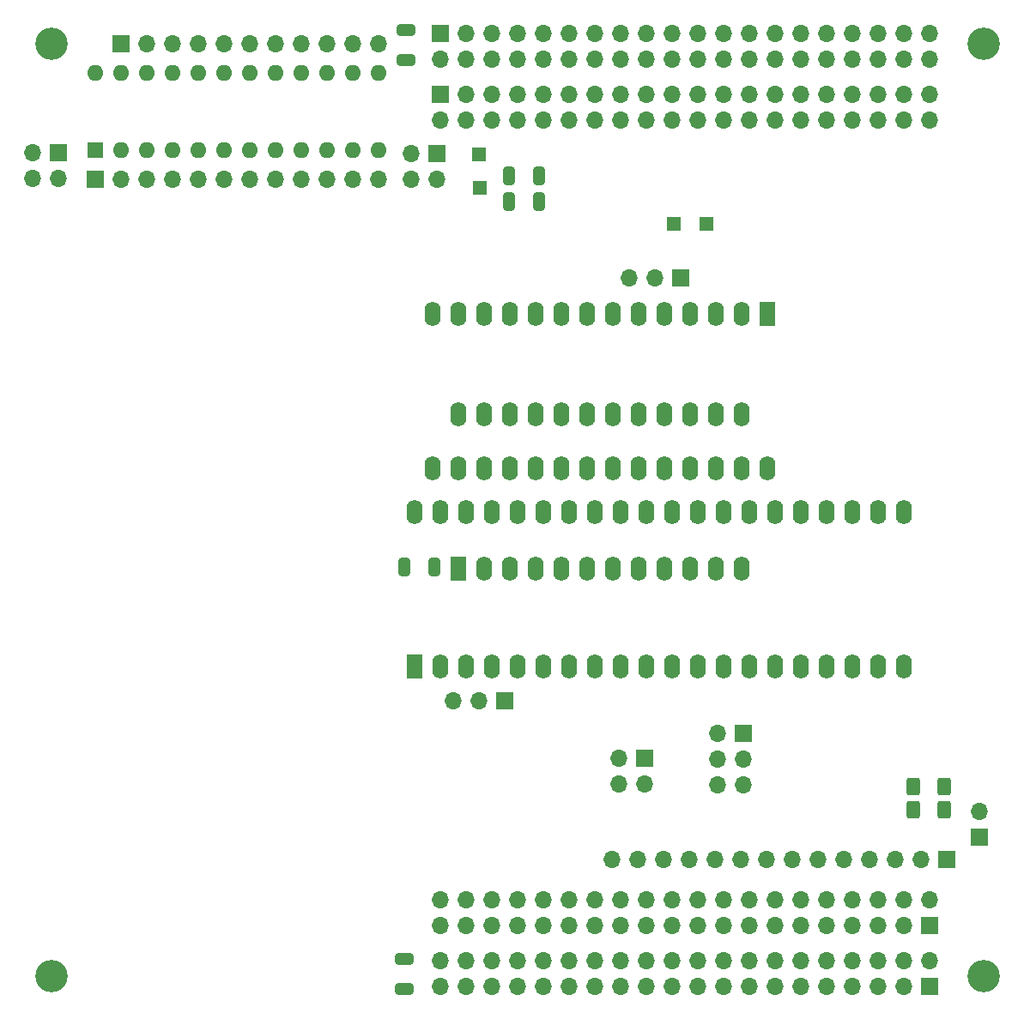
<source format=gbr>
%TF.GenerationSoftware,KiCad,Pcbnew,8.0.5-8.0.5-0~ubuntu22.04.1*%
%TF.CreationDate,2024-10-04T08:27:40+02:00*%
%TF.ProjectId,MOT_SerialBoard,4d4f545f-5365-4726-9961-6c426f617264,rev?*%
%TF.SameCoordinates,Original*%
%TF.FileFunction,Soldermask,Bot*%
%TF.FilePolarity,Negative*%
%FSLAX46Y46*%
G04 Gerber Fmt 4.6, Leading zero omitted, Abs format (unit mm)*
G04 Created by KiCad (PCBNEW 8.0.5-8.0.5-0~ubuntu22.04.1) date 2024-10-04 08:27:40*
%MOMM*%
%LPD*%
G01*
G04 APERTURE LIST*
G04 Aperture macros list*
%AMRoundRect*
0 Rectangle with rounded corners*
0 $1 Rounding radius*
0 $2 $3 $4 $5 $6 $7 $8 $9 X,Y pos of 4 corners*
0 Add a 4 corners polygon primitive as box body*
4,1,4,$2,$3,$4,$5,$6,$7,$8,$9,$2,$3,0*
0 Add four circle primitives for the rounded corners*
1,1,$1+$1,$2,$3*
1,1,$1+$1,$4,$5*
1,1,$1+$1,$6,$7*
1,1,$1+$1,$8,$9*
0 Add four rect primitives between the rounded corners*
20,1,$1+$1,$2,$3,$4,$5,0*
20,1,$1+$1,$4,$5,$6,$7,0*
20,1,$1+$1,$6,$7,$8,$9,0*
20,1,$1+$1,$8,$9,$2,$3,0*%
G04 Aperture macros list end*
%ADD10R,1.700000X1.700000*%
%ADD11O,1.700000X1.700000*%
%ADD12R,1.600000X2.400000*%
%ADD13O,1.600000X2.400000*%
%ADD14R,1.350000X1.350000*%
%ADD15C,3.200000*%
%ADD16R,1.600000X1.600000*%
%ADD17O,1.600000X1.600000*%
%ADD18RoundRect,0.250000X-0.650000X0.325000X-0.650000X-0.325000X0.650000X-0.325000X0.650000X0.325000X0*%
%ADD19RoundRect,0.250000X-0.400000X-0.625000X0.400000X-0.625000X0.400000X0.625000X-0.400000X0.625000X0*%
%ADD20RoundRect,0.250000X-0.325000X-0.650000X0.325000X-0.650000X0.325000X0.650000X-0.325000X0.650000X0*%
%ADD21RoundRect,0.250000X0.650000X-0.325000X0.650000X0.325000X-0.650000X0.325000X-0.650000X-0.325000X0*%
G04 APERTURE END LIST*
D10*
%TO.C,J27*%
X112531000Y-124479000D03*
D11*
X109991000Y-124479000D03*
X112531000Y-127019000D03*
X109991000Y-127019000D03*
%TD*%
D10*
%TO.C,J30*%
X54750000Y-64760000D03*
D11*
X52210000Y-64760000D03*
X54750000Y-67300000D03*
X52210000Y-67300000D03*
%TD*%
D10*
%TO.C,J36*%
X60850000Y-53950000D03*
D11*
X63390000Y-53950000D03*
X65930000Y-53950000D03*
X68470000Y-53950000D03*
X71010000Y-53950000D03*
X73550000Y-53950000D03*
X76090000Y-53950000D03*
X78630000Y-53950000D03*
X81170000Y-53950000D03*
X83710000Y-53950000D03*
X86250000Y-53950000D03*
%TD*%
D10*
%TO.C,J1*%
X92367000Y-53000000D03*
D11*
X92367000Y-55540000D03*
X94907000Y-53000000D03*
X94907000Y-55540000D03*
X97447000Y-53000000D03*
X97447000Y-55540000D03*
X99987000Y-53000000D03*
X99987000Y-55540000D03*
X102527000Y-53000000D03*
X102527000Y-55540000D03*
X105067000Y-53000000D03*
X105067000Y-55540000D03*
X107607000Y-53000000D03*
X107607000Y-55540000D03*
X110147000Y-53000000D03*
X110147000Y-55540000D03*
X112687000Y-53000000D03*
X112687000Y-55540000D03*
X115227000Y-53000000D03*
X115227000Y-55540000D03*
X117767000Y-53000000D03*
X117767000Y-55540000D03*
X120307000Y-53000000D03*
X120307000Y-55540000D03*
X122847000Y-53000000D03*
X122847000Y-55540000D03*
X125387000Y-53000000D03*
X125387000Y-55540000D03*
X127927000Y-53000000D03*
X127927000Y-55540000D03*
X130467000Y-53000000D03*
X130467000Y-55540000D03*
X133007000Y-53000000D03*
X133007000Y-55540000D03*
X135547000Y-53000000D03*
X135547000Y-55540000D03*
X138087000Y-53000000D03*
X138087000Y-55540000D03*
X140627000Y-53000000D03*
X140627000Y-55540000D03*
%TD*%
D12*
%TO.C,U1*%
X124648000Y-80674800D03*
D13*
X122108000Y-80674800D03*
X119568000Y-80674800D03*
X117028000Y-80674800D03*
X114488000Y-80674800D03*
X111948000Y-80674800D03*
X109408000Y-80674800D03*
X106868000Y-80674800D03*
X104328000Y-80674800D03*
X101788000Y-80674800D03*
X99248000Y-80674800D03*
X96708000Y-80674800D03*
X94168000Y-80674800D03*
X91628000Y-80674800D03*
X91628000Y-95914800D03*
X94168000Y-95914800D03*
X96708000Y-95914800D03*
X99248000Y-95914800D03*
X101788000Y-95914800D03*
X104328000Y-95914800D03*
X106868000Y-95914800D03*
X109408000Y-95914800D03*
X111948000Y-95914800D03*
X114488000Y-95914800D03*
X117028000Y-95914800D03*
X119568000Y-95914800D03*
X122108000Y-95914800D03*
X124648000Y-95914800D03*
%TD*%
D10*
%TO.C,J4*%
X140627000Y-141000000D03*
D11*
X140627000Y-138460000D03*
X138087000Y-141000000D03*
X138087000Y-138460000D03*
X135547000Y-141000000D03*
X135547000Y-138460000D03*
X133007000Y-141000000D03*
X133007000Y-138460000D03*
X130467000Y-141000000D03*
X130467000Y-138460000D03*
X127927000Y-141000000D03*
X127927000Y-138460000D03*
X125387000Y-141000000D03*
X125387000Y-138460000D03*
X122847000Y-141000000D03*
X122847000Y-138460000D03*
X120307000Y-141000000D03*
X120307000Y-138460000D03*
X117767000Y-141000000D03*
X117767000Y-138460000D03*
X115227000Y-141000000D03*
X115227000Y-138460000D03*
X112687000Y-141000000D03*
X112687000Y-138460000D03*
X110147000Y-141000000D03*
X110147000Y-138460000D03*
X107607000Y-141000000D03*
X107607000Y-138460000D03*
X105067000Y-141000000D03*
X105067000Y-138460000D03*
X102527000Y-141000000D03*
X102527000Y-138460000D03*
X99987000Y-141000000D03*
X99987000Y-138460000D03*
X97447000Y-141000000D03*
X97447000Y-138460000D03*
X94907000Y-141000000D03*
X94907000Y-138460000D03*
X92367000Y-141000000D03*
X92367000Y-138460000D03*
%TD*%
D10*
%TO.C,J31*%
X92040000Y-64850000D03*
D11*
X89500000Y-64850000D03*
X92040000Y-67390000D03*
X89500000Y-67390000D03*
%TD*%
D10*
%TO.C,JP3*%
X98775000Y-118875000D03*
D11*
X96235000Y-118875000D03*
X93695000Y-118875000D03*
%TD*%
D10*
%TO.C,J29*%
X58360000Y-67325000D03*
D11*
X60900000Y-67325000D03*
X63440000Y-67325000D03*
X65980000Y-67325000D03*
X68520000Y-67325000D03*
X71060000Y-67325000D03*
X73600000Y-67325000D03*
X76140000Y-67325000D03*
X78680000Y-67325000D03*
X81220000Y-67325000D03*
X83760000Y-67325000D03*
X86300000Y-67325000D03*
%TD*%
D14*
%TO.C,J10*%
X96300000Y-68200000D03*
%TD*%
D10*
%TO.C,J6*%
X122250000Y-122020000D03*
D11*
X119710000Y-122020000D03*
X122250000Y-124560000D03*
X119710000Y-124560000D03*
X122250000Y-127100000D03*
X119710000Y-127100000D03*
%TD*%
D14*
%TO.C,J5*%
X96225000Y-64925000D03*
%TD*%
D10*
%TO.C,J26*%
X145517000Y-132314000D03*
D11*
X145517000Y-129774000D03*
%TD*%
D10*
%TO.C,J2*%
X140627000Y-147000000D03*
D11*
X140627000Y-144460000D03*
X138087000Y-147000000D03*
X138087000Y-144460000D03*
X135547000Y-147000000D03*
X135547000Y-144460000D03*
X133007000Y-147000000D03*
X133007000Y-144460000D03*
X130467000Y-147000000D03*
X130467000Y-144460000D03*
X127927000Y-147000000D03*
X127927000Y-144460000D03*
X125387000Y-147000000D03*
X125387000Y-144460000D03*
X122847000Y-147000000D03*
X122847000Y-144460000D03*
X120307000Y-147000000D03*
X120307000Y-144460000D03*
X117767000Y-147000000D03*
X117767000Y-144460000D03*
X115227000Y-147000000D03*
X115227000Y-144460000D03*
X112687000Y-147000000D03*
X112687000Y-144460000D03*
X110147000Y-147000000D03*
X110147000Y-144460000D03*
X107607000Y-147000000D03*
X107607000Y-144460000D03*
X105067000Y-147000000D03*
X105067000Y-144460000D03*
X102527000Y-147000000D03*
X102527000Y-144460000D03*
X99987000Y-147000000D03*
X99987000Y-144460000D03*
X97447000Y-147000000D03*
X97447000Y-144460000D03*
X94907000Y-147000000D03*
X94907000Y-144460000D03*
X92367000Y-147000000D03*
X92367000Y-144460000D03*
%TD*%
D12*
%TO.C,U3*%
X89855000Y-115477800D03*
D13*
X92395000Y-115477800D03*
X94935000Y-115477800D03*
X97475000Y-115477800D03*
X100015000Y-115477800D03*
X102555000Y-115477800D03*
X105095000Y-115477800D03*
X107635000Y-115477800D03*
X110175000Y-115477800D03*
X112715000Y-115477800D03*
X115255000Y-115477800D03*
X117795000Y-115477800D03*
X120335000Y-115477800D03*
X122875000Y-115477800D03*
X125415000Y-115477800D03*
X127955000Y-115477800D03*
X130495000Y-115477800D03*
X133035000Y-115477800D03*
X135575000Y-115477800D03*
X138115000Y-115477800D03*
X138115000Y-100237800D03*
X135575000Y-100237800D03*
X133035000Y-100237800D03*
X130495000Y-100237800D03*
X127955000Y-100237800D03*
X125415000Y-100237800D03*
X122875000Y-100237800D03*
X120335000Y-100237800D03*
X117795000Y-100237800D03*
X115255000Y-100237800D03*
X112715000Y-100237800D03*
X110175000Y-100237800D03*
X107635000Y-100237800D03*
X105095000Y-100237800D03*
X102555000Y-100237800D03*
X100015000Y-100237800D03*
X97475000Y-100237800D03*
X94935000Y-100237800D03*
X92395000Y-100237800D03*
X89855000Y-100237800D03*
%TD*%
D15*
%TO.C,H3*%
X146000000Y-54000000D03*
%TD*%
D10*
%TO.C,J11*%
X142325000Y-134525000D03*
D11*
X139785000Y-134525000D03*
X137245000Y-134525000D03*
X134705000Y-134525000D03*
X132165000Y-134525000D03*
X129625000Y-134525000D03*
X127085000Y-134525000D03*
X124545000Y-134525000D03*
X122005000Y-134525000D03*
X119465000Y-134525000D03*
X116925000Y-134525000D03*
X114385000Y-134525000D03*
X111845000Y-134525000D03*
X109305000Y-134525000D03*
%TD*%
D16*
%TO.C,J35*%
X58355000Y-64475000D03*
D17*
X60895000Y-64475000D03*
X63435000Y-64475000D03*
X65975000Y-64475000D03*
X68515000Y-64475000D03*
X71055000Y-64475000D03*
X73595000Y-64475000D03*
X76135000Y-64475000D03*
X78675000Y-64475000D03*
X81215000Y-64475000D03*
X83755000Y-64475000D03*
X86295000Y-64475000D03*
X86295000Y-56855000D03*
X83755000Y-56855000D03*
X81215000Y-56855000D03*
X78675000Y-56855000D03*
X76135000Y-56855000D03*
X73595000Y-56855000D03*
X71055000Y-56855000D03*
X68515000Y-56855000D03*
X65975000Y-56855000D03*
X63435000Y-56855000D03*
X60895000Y-56855000D03*
X58355000Y-56855000D03*
%TD*%
D10*
%TO.C,J3*%
X92367000Y-59000000D03*
D11*
X92367000Y-61540000D03*
X94907000Y-59000000D03*
X94907000Y-61540000D03*
X97447000Y-59000000D03*
X97447000Y-61540000D03*
X99987000Y-59000000D03*
X99987000Y-61540000D03*
X102527000Y-59000000D03*
X102527000Y-61540000D03*
X105067000Y-59000000D03*
X105067000Y-61540000D03*
X107607000Y-59000000D03*
X107607000Y-61540000D03*
X110147000Y-59000000D03*
X110147000Y-61540000D03*
X112687000Y-59000000D03*
X112687000Y-61540000D03*
X115227000Y-59000000D03*
X115227000Y-61540000D03*
X117767000Y-59000000D03*
X117767000Y-61540000D03*
X120307000Y-59000000D03*
X120307000Y-61540000D03*
X122847000Y-59000000D03*
X122847000Y-61540000D03*
X125387000Y-59000000D03*
X125387000Y-61540000D03*
X127927000Y-59000000D03*
X127927000Y-61540000D03*
X130467000Y-59000000D03*
X130467000Y-61540000D03*
X133007000Y-59000000D03*
X133007000Y-61540000D03*
X135547000Y-59000000D03*
X135547000Y-61540000D03*
X138087000Y-59000000D03*
X138087000Y-61540000D03*
X140627000Y-59000000D03*
X140627000Y-61540000D03*
%TD*%
D10*
%TO.C,JP1*%
X116125000Y-77125000D03*
D11*
X113585000Y-77125000D03*
X111045000Y-77125000D03*
%TD*%
D15*
%TO.C,H1*%
X54000000Y-54000000D03*
%TD*%
%TO.C,H2*%
X54000000Y-146000000D03*
%TD*%
D12*
%TO.C,U4*%
X94168000Y-105820800D03*
D13*
X96708000Y-105820800D03*
X99248000Y-105820800D03*
X101788000Y-105820800D03*
X104328000Y-105820800D03*
X106868000Y-105820800D03*
X109408000Y-105820800D03*
X111948000Y-105820800D03*
X114488000Y-105820800D03*
X117028000Y-105820800D03*
X119568000Y-105820800D03*
X122108000Y-105820800D03*
X122108000Y-90580800D03*
X119568000Y-90580800D03*
X117028000Y-90580800D03*
X114488000Y-90580800D03*
X111948000Y-90580800D03*
X109408000Y-90580800D03*
X106868000Y-90580800D03*
X104328000Y-90580800D03*
X101788000Y-90580800D03*
X99248000Y-90580800D03*
X96708000Y-90580800D03*
X94168000Y-90580800D03*
%TD*%
D15*
%TO.C,H4*%
X146000000Y-146000000D03*
%TD*%
D18*
%TO.C,C2*%
X88800000Y-144300000D03*
X88800000Y-147250000D03*
%TD*%
D14*
%TO.C,J8*%
X115425000Y-71800000D03*
%TD*%
D19*
%TO.C,R4*%
X139025000Y-127325000D03*
X142125000Y-127325000D03*
%TD*%
D20*
%TO.C,C5*%
X99158000Y-69596000D03*
X102108000Y-69596000D03*
%TD*%
D14*
%TO.C,J9*%
X118625000Y-71800000D03*
%TD*%
D19*
%TO.C,R5*%
X139000000Y-129625000D03*
X142100000Y-129625000D03*
%TD*%
D21*
%TO.C,C1*%
X89000000Y-55600000D03*
X89000000Y-52650000D03*
%TD*%
D20*
%TO.C,C6*%
X88850000Y-105625000D03*
X91800000Y-105625000D03*
%TD*%
%TO.C,C4*%
X99158000Y-67056000D03*
X102108000Y-67056000D03*
%TD*%
M02*

</source>
